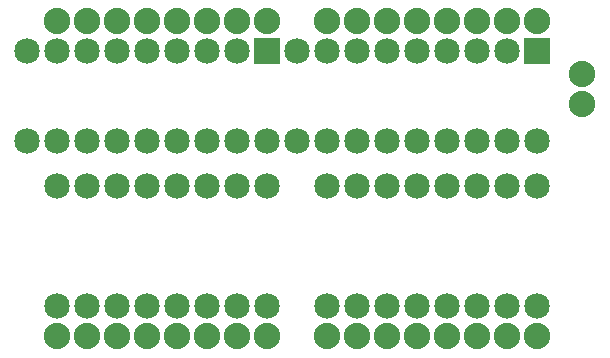
<source format=gts>
G04 MADE WITH FRITZING*
G04 WWW.FRITZING.ORG*
G04 DOUBLE SIDED*
G04 HOLES PLATED*
G04 CONTOUR ON CENTER OF CONTOUR VECTOR*
%ASAXBY*%
%FSLAX23Y23*%
%MOIN*%
%OFA0B0*%
%SFA1.0B1.0*%
%ADD10C,0.085000*%
%ADD11C,0.088000*%
%ADD12R,0.085000X0.085000*%
%LNMASK1*%
G90*
G70*
G54D10*
X1838Y352D03*
X1838Y752D03*
X1738Y352D03*
X1738Y752D03*
X1638Y352D03*
X1638Y752D03*
X1538Y352D03*
X1538Y752D03*
X1438Y352D03*
X1438Y752D03*
X1338Y352D03*
X1338Y752D03*
X1238Y352D03*
X1238Y752D03*
X1138Y352D03*
X1138Y752D03*
X938Y352D03*
X938Y752D03*
X838Y352D03*
X838Y752D03*
X738Y352D03*
X738Y752D03*
X638Y352D03*
X638Y752D03*
X538Y352D03*
X538Y752D03*
X438Y352D03*
X438Y752D03*
X338Y352D03*
X338Y752D03*
X238Y352D03*
X238Y752D03*
X1838Y1202D03*
X1838Y902D03*
X1738Y1202D03*
X1738Y902D03*
X1638Y1202D03*
X1638Y902D03*
X1538Y1202D03*
X1538Y902D03*
X1438Y1202D03*
X1438Y902D03*
X1338Y1202D03*
X1338Y902D03*
X1238Y1202D03*
X1238Y902D03*
X1138Y1202D03*
X1138Y902D03*
X1038Y1202D03*
X1038Y902D03*
X938Y1202D03*
X938Y902D03*
X838Y1202D03*
X838Y902D03*
X738Y1202D03*
X738Y902D03*
X638Y1202D03*
X638Y902D03*
X538Y1202D03*
X538Y902D03*
X438Y1202D03*
X438Y902D03*
X338Y1202D03*
X338Y902D03*
X238Y1202D03*
X238Y902D03*
X138Y1202D03*
X138Y902D03*
G54D11*
X1738Y1302D03*
X1838Y1302D03*
X1538Y1302D03*
X1638Y1302D03*
X1338Y1302D03*
X1438Y1302D03*
X1138Y1302D03*
X1238Y1302D03*
X838Y1302D03*
X938Y1302D03*
X638Y1302D03*
X738Y1302D03*
X438Y1302D03*
X538Y1302D03*
X238Y1302D03*
X338Y1302D03*
X1738Y252D03*
X1838Y252D03*
X1538Y252D03*
X1638Y252D03*
X1338Y252D03*
X1438Y252D03*
X1138Y252D03*
X1238Y252D03*
X838Y252D03*
X938Y252D03*
X638Y252D03*
X738Y252D03*
X438Y252D03*
X538Y252D03*
X238Y252D03*
X338Y252D03*
X1988Y1127D03*
X1988Y1027D03*
G54D12*
X1838Y1202D03*
X938Y1202D03*
G04 End of Mask1*
M02*
</source>
